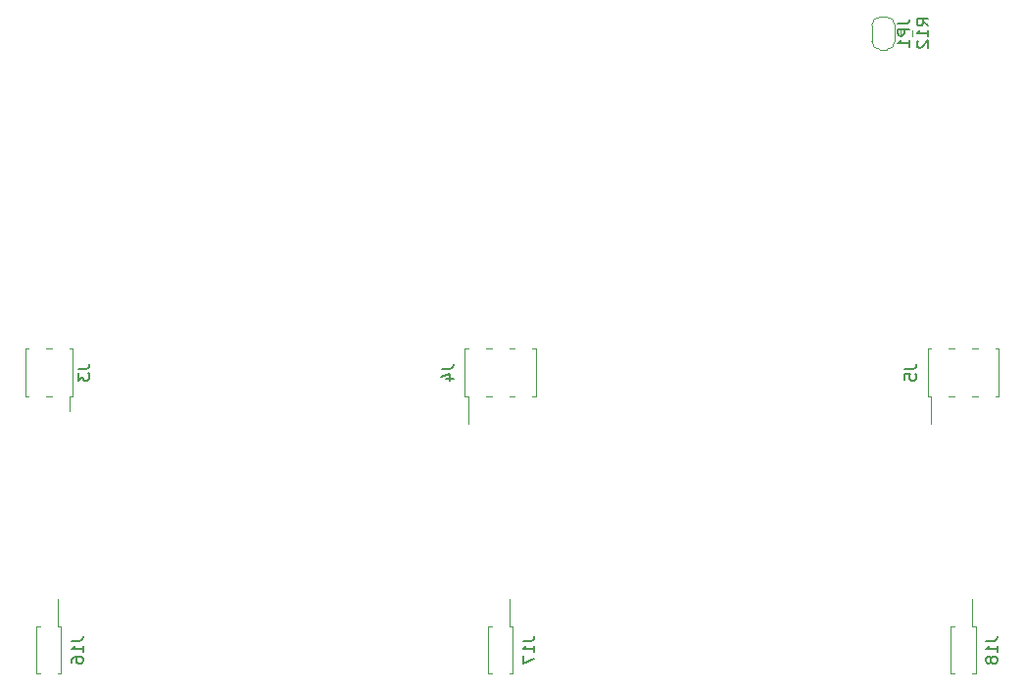
<source format=gbr>
%TF.GenerationSoftware,KiCad,Pcbnew,8.0.5*%
%TF.CreationDate,2024-12-04T18:09:43+09:00*%
%TF.ProjectId,GESC_Logic,47455343-5f4c-46f6-9769-632e6b696361,rev?*%
%TF.SameCoordinates,Original*%
%TF.FileFunction,Legend,Bot*%
%TF.FilePolarity,Positive*%
%FSLAX46Y46*%
G04 Gerber Fmt 4.6, Leading zero omitted, Abs format (unit mm)*
G04 Created by KiCad (PCBNEW 8.0.5) date 2024-12-04 18:09:43*
%MOMM*%
%LPD*%
G01*
G04 APERTURE LIST*
%ADD10C,0.150000*%
%ADD11C,0.120000*%
G04 APERTURE END LIST*
D10*
X158454819Y-145690476D02*
X159169104Y-145690476D01*
X159169104Y-145690476D02*
X159311961Y-145642857D01*
X159311961Y-145642857D02*
X159407200Y-145547619D01*
X159407200Y-145547619D02*
X159454819Y-145404762D01*
X159454819Y-145404762D02*
X159454819Y-145309524D01*
X159454819Y-146690476D02*
X159454819Y-146119048D01*
X159454819Y-146404762D02*
X158454819Y-146404762D01*
X158454819Y-146404762D02*
X158597676Y-146309524D01*
X158597676Y-146309524D02*
X158692914Y-146214286D01*
X158692914Y-146214286D02*
X158740533Y-146119048D01*
X158454819Y-147023810D02*
X158454819Y-147690476D01*
X158454819Y-147690476D02*
X159454819Y-147261905D01*
X151454819Y-122166666D02*
X152169104Y-122166666D01*
X152169104Y-122166666D02*
X152311961Y-122119047D01*
X152311961Y-122119047D02*
X152407200Y-122023809D01*
X152407200Y-122023809D02*
X152454819Y-121880952D01*
X152454819Y-121880952D02*
X152454819Y-121785714D01*
X151788152Y-123071428D02*
X152454819Y-123071428D01*
X151407200Y-122833333D02*
X152121485Y-122595238D01*
X152121485Y-122595238D02*
X152121485Y-123214285D01*
X119454819Y-145690476D02*
X120169104Y-145690476D01*
X120169104Y-145690476D02*
X120311961Y-145642857D01*
X120311961Y-145642857D02*
X120407200Y-145547619D01*
X120407200Y-145547619D02*
X120454819Y-145404762D01*
X120454819Y-145404762D02*
X120454819Y-145309524D01*
X120454819Y-146690476D02*
X120454819Y-146119048D01*
X120454819Y-146404762D02*
X119454819Y-146404762D01*
X119454819Y-146404762D02*
X119597676Y-146309524D01*
X119597676Y-146309524D02*
X119692914Y-146214286D01*
X119692914Y-146214286D02*
X119740533Y-146119048D01*
X119454819Y-147547619D02*
X119454819Y-147357143D01*
X119454819Y-147357143D02*
X119502438Y-147261905D01*
X119502438Y-147261905D02*
X119550057Y-147214286D01*
X119550057Y-147214286D02*
X119692914Y-147119048D01*
X119692914Y-147119048D02*
X119883390Y-147071429D01*
X119883390Y-147071429D02*
X120264342Y-147071429D01*
X120264342Y-147071429D02*
X120359580Y-147119048D01*
X120359580Y-147119048D02*
X120407200Y-147166667D01*
X120407200Y-147166667D02*
X120454819Y-147261905D01*
X120454819Y-147261905D02*
X120454819Y-147452381D01*
X120454819Y-147452381D02*
X120407200Y-147547619D01*
X120407200Y-147547619D02*
X120359580Y-147595238D01*
X120359580Y-147595238D02*
X120264342Y-147642857D01*
X120264342Y-147642857D02*
X120026247Y-147642857D01*
X120026247Y-147642857D02*
X119931009Y-147595238D01*
X119931009Y-147595238D02*
X119883390Y-147547619D01*
X119883390Y-147547619D02*
X119835771Y-147452381D01*
X119835771Y-147452381D02*
X119835771Y-147261905D01*
X119835771Y-147261905D02*
X119883390Y-147166667D01*
X119883390Y-147166667D02*
X119931009Y-147119048D01*
X119931009Y-147119048D02*
X120026247Y-147071429D01*
X190854819Y-92316666D02*
X191569104Y-92316666D01*
X191569104Y-92316666D02*
X191711961Y-92269047D01*
X191711961Y-92269047D02*
X191807200Y-92173809D01*
X191807200Y-92173809D02*
X191854819Y-92030952D01*
X191854819Y-92030952D02*
X191854819Y-91935714D01*
X191854819Y-92792857D02*
X190854819Y-92792857D01*
X190854819Y-92792857D02*
X190854819Y-93173809D01*
X190854819Y-93173809D02*
X190902438Y-93269047D01*
X190902438Y-93269047D02*
X190950057Y-93316666D01*
X190950057Y-93316666D02*
X191045295Y-93364285D01*
X191045295Y-93364285D02*
X191188152Y-93364285D01*
X191188152Y-93364285D02*
X191283390Y-93316666D01*
X191283390Y-93316666D02*
X191331009Y-93269047D01*
X191331009Y-93269047D02*
X191378628Y-93173809D01*
X191378628Y-93173809D02*
X191378628Y-92792857D01*
X191854819Y-94316666D02*
X191854819Y-93745238D01*
X191854819Y-94030952D02*
X190854819Y-94030952D01*
X190854819Y-94030952D02*
X190997676Y-93935714D01*
X190997676Y-93935714D02*
X191092914Y-93840476D01*
X191092914Y-93840476D02*
X191140533Y-93745238D01*
X198454819Y-145690476D02*
X199169104Y-145690476D01*
X199169104Y-145690476D02*
X199311961Y-145642857D01*
X199311961Y-145642857D02*
X199407200Y-145547619D01*
X199407200Y-145547619D02*
X199454819Y-145404762D01*
X199454819Y-145404762D02*
X199454819Y-145309524D01*
X199454819Y-146690476D02*
X199454819Y-146119048D01*
X199454819Y-146404762D02*
X198454819Y-146404762D01*
X198454819Y-146404762D02*
X198597676Y-146309524D01*
X198597676Y-146309524D02*
X198692914Y-146214286D01*
X198692914Y-146214286D02*
X198740533Y-146119048D01*
X198883390Y-147261905D02*
X198835771Y-147166667D01*
X198835771Y-147166667D02*
X198788152Y-147119048D01*
X198788152Y-147119048D02*
X198692914Y-147071429D01*
X198692914Y-147071429D02*
X198645295Y-147071429D01*
X198645295Y-147071429D02*
X198550057Y-147119048D01*
X198550057Y-147119048D02*
X198502438Y-147166667D01*
X198502438Y-147166667D02*
X198454819Y-147261905D01*
X198454819Y-147261905D02*
X198454819Y-147452381D01*
X198454819Y-147452381D02*
X198502438Y-147547619D01*
X198502438Y-147547619D02*
X198550057Y-147595238D01*
X198550057Y-147595238D02*
X198645295Y-147642857D01*
X198645295Y-147642857D02*
X198692914Y-147642857D01*
X198692914Y-147642857D02*
X198788152Y-147595238D01*
X198788152Y-147595238D02*
X198835771Y-147547619D01*
X198835771Y-147547619D02*
X198883390Y-147452381D01*
X198883390Y-147452381D02*
X198883390Y-147261905D01*
X198883390Y-147261905D02*
X198931009Y-147166667D01*
X198931009Y-147166667D02*
X198978628Y-147119048D01*
X198978628Y-147119048D02*
X199073866Y-147071429D01*
X199073866Y-147071429D02*
X199264342Y-147071429D01*
X199264342Y-147071429D02*
X199359580Y-147119048D01*
X199359580Y-147119048D02*
X199407200Y-147166667D01*
X199407200Y-147166667D02*
X199454819Y-147261905D01*
X199454819Y-147261905D02*
X199454819Y-147452381D01*
X199454819Y-147452381D02*
X199407200Y-147547619D01*
X199407200Y-147547619D02*
X199359580Y-147595238D01*
X199359580Y-147595238D02*
X199264342Y-147642857D01*
X199264342Y-147642857D02*
X199073866Y-147642857D01*
X199073866Y-147642857D02*
X198978628Y-147595238D01*
X198978628Y-147595238D02*
X198931009Y-147547619D01*
X198931009Y-147547619D02*
X198883390Y-147452381D01*
X191454819Y-122166666D02*
X192169104Y-122166666D01*
X192169104Y-122166666D02*
X192311961Y-122119047D01*
X192311961Y-122119047D02*
X192407200Y-122023809D01*
X192407200Y-122023809D02*
X192454819Y-121880952D01*
X192454819Y-121880952D02*
X192454819Y-121785714D01*
X191454819Y-123119047D02*
X191454819Y-122642857D01*
X191454819Y-122642857D02*
X191931009Y-122595238D01*
X191931009Y-122595238D02*
X191883390Y-122642857D01*
X191883390Y-122642857D02*
X191835771Y-122738095D01*
X191835771Y-122738095D02*
X191835771Y-122976190D01*
X191835771Y-122976190D02*
X191883390Y-123071428D01*
X191883390Y-123071428D02*
X191931009Y-123119047D01*
X191931009Y-123119047D02*
X192026247Y-123166666D01*
X192026247Y-123166666D02*
X192264342Y-123166666D01*
X192264342Y-123166666D02*
X192359580Y-123119047D01*
X192359580Y-123119047D02*
X192407200Y-123071428D01*
X192407200Y-123071428D02*
X192454819Y-122976190D01*
X192454819Y-122976190D02*
X192454819Y-122738095D01*
X192454819Y-122738095D02*
X192407200Y-122642857D01*
X192407200Y-122642857D02*
X192359580Y-122595238D01*
X120014819Y-122166666D02*
X120729104Y-122166666D01*
X120729104Y-122166666D02*
X120871961Y-122119047D01*
X120871961Y-122119047D02*
X120967200Y-122023809D01*
X120967200Y-122023809D02*
X121014819Y-121880952D01*
X121014819Y-121880952D02*
X121014819Y-121785714D01*
X120014819Y-122547619D02*
X120014819Y-123166666D01*
X120014819Y-123166666D02*
X120395771Y-122833333D01*
X120395771Y-122833333D02*
X120395771Y-122976190D01*
X120395771Y-122976190D02*
X120443390Y-123071428D01*
X120443390Y-123071428D02*
X120491009Y-123119047D01*
X120491009Y-123119047D02*
X120586247Y-123166666D01*
X120586247Y-123166666D02*
X120824342Y-123166666D01*
X120824342Y-123166666D02*
X120919580Y-123119047D01*
X120919580Y-123119047D02*
X120967200Y-123071428D01*
X120967200Y-123071428D02*
X121014819Y-122976190D01*
X121014819Y-122976190D02*
X121014819Y-122690476D01*
X121014819Y-122690476D02*
X120967200Y-122595238D01*
X120967200Y-122595238D02*
X120919580Y-122547619D01*
X193484819Y-92482142D02*
X193008628Y-92148809D01*
X193484819Y-91910714D02*
X192484819Y-91910714D01*
X192484819Y-91910714D02*
X192484819Y-92291666D01*
X192484819Y-92291666D02*
X192532438Y-92386904D01*
X192532438Y-92386904D02*
X192580057Y-92434523D01*
X192580057Y-92434523D02*
X192675295Y-92482142D01*
X192675295Y-92482142D02*
X192818152Y-92482142D01*
X192818152Y-92482142D02*
X192913390Y-92434523D01*
X192913390Y-92434523D02*
X192961009Y-92386904D01*
X192961009Y-92386904D02*
X193008628Y-92291666D01*
X193008628Y-92291666D02*
X193008628Y-91910714D01*
X193484819Y-93434523D02*
X193484819Y-92863095D01*
X193484819Y-93148809D02*
X192484819Y-93148809D01*
X192484819Y-93148809D02*
X192627676Y-93053571D01*
X192627676Y-93053571D02*
X192722914Y-92958333D01*
X192722914Y-92958333D02*
X192770533Y-92863095D01*
X192580057Y-93815476D02*
X192532438Y-93863095D01*
X192532438Y-93863095D02*
X192484819Y-93958333D01*
X192484819Y-93958333D02*
X192484819Y-94196428D01*
X192484819Y-94196428D02*
X192532438Y-94291666D01*
X192532438Y-94291666D02*
X192580057Y-94339285D01*
X192580057Y-94339285D02*
X192675295Y-94386904D01*
X192675295Y-94386904D02*
X192770533Y-94386904D01*
X192770533Y-94386904D02*
X192913390Y-94339285D01*
X192913390Y-94339285D02*
X193484819Y-93767857D01*
X193484819Y-93767857D02*
X193484819Y-94386904D01*
D11*
%TO.C,J17*%
X155440000Y-144440000D02*
X155440000Y-148560000D01*
X155440000Y-144440000D02*
X155740000Y-144440000D01*
X155440000Y-148560000D02*
X155740000Y-148560000D01*
X157260000Y-142060000D02*
X157260000Y-144440000D01*
X157260000Y-144440000D02*
X157560000Y-144440000D01*
X157260000Y-148560000D02*
X157560000Y-148560000D01*
X157560000Y-144440000D02*
X157560000Y-148560000D01*
%TO.C,J4*%
X153440000Y-124560000D02*
X153440000Y-120440000D01*
X153740000Y-120440000D02*
X153440000Y-120440000D01*
X153740000Y-124560000D02*
X153440000Y-124560000D01*
X153740000Y-126940000D02*
X153740000Y-124560000D01*
X155740000Y-120440000D02*
X155260000Y-120440000D01*
X155740000Y-124560000D02*
X155260000Y-124560000D01*
X157740000Y-120440000D02*
X157260000Y-120440000D01*
X157740000Y-124560000D02*
X157260000Y-124560000D01*
X159560000Y-120440000D02*
X159260000Y-120440000D01*
X159560000Y-124560000D02*
X159260000Y-124560000D01*
X159560000Y-124560000D02*
X159560000Y-120440000D01*
%TO.C,J16*%
X116440000Y-144440000D02*
X116440000Y-148560000D01*
X116440000Y-144440000D02*
X116740000Y-144440000D01*
X116440000Y-148560000D02*
X116740000Y-148560000D01*
X118260000Y-142060000D02*
X118260000Y-144440000D01*
X118260000Y-144440000D02*
X118560000Y-144440000D01*
X118260000Y-148560000D02*
X118560000Y-148560000D01*
X118560000Y-144440000D02*
X118560000Y-148560000D01*
%TO.C,JP1*%
X188600000Y-93850000D02*
X188600000Y-92450000D01*
X189300000Y-91750000D02*
X189900000Y-91750000D01*
X189900000Y-94550000D02*
X189300000Y-94550000D01*
X190600000Y-92450000D02*
X190600000Y-93850000D01*
X188600000Y-92450000D02*
G75*
G02*
X189300000Y-91750000I700000J0D01*
G01*
X189300000Y-94550000D02*
G75*
G02*
X188600000Y-93850000I-1J699999D01*
G01*
X189900000Y-91750000D02*
G75*
G02*
X190600000Y-92450000I0J-700000D01*
G01*
X190600000Y-93850000D02*
G75*
G02*
X189900000Y-94550000I-699999J-1D01*
G01*
%TO.C,J18*%
X195440000Y-144440000D02*
X195440000Y-148560000D01*
X195440000Y-144440000D02*
X195740000Y-144440000D01*
X195440000Y-148560000D02*
X195740000Y-148560000D01*
X197260000Y-142060000D02*
X197260000Y-144440000D01*
X197260000Y-144440000D02*
X197560000Y-144440000D01*
X197260000Y-148560000D02*
X197560000Y-148560000D01*
X197560000Y-144440000D02*
X197560000Y-148560000D01*
%TO.C,J5*%
X193440000Y-124560000D02*
X193440000Y-120440000D01*
X193740000Y-120440000D02*
X193440000Y-120440000D01*
X193740000Y-124560000D02*
X193440000Y-124560000D01*
X193740000Y-126940000D02*
X193740000Y-124560000D01*
X195740000Y-120440000D02*
X195260000Y-120440000D01*
X195740000Y-124560000D02*
X195260000Y-124560000D01*
X197740000Y-120440000D02*
X197260000Y-120440000D01*
X197740000Y-124560000D02*
X197260000Y-124560000D01*
X199560000Y-120440000D02*
X199260000Y-120440000D01*
X199560000Y-124560000D02*
X199260000Y-124560000D01*
X199560000Y-124560000D02*
X199560000Y-120440000D01*
%TO.C,J3*%
X115440000Y-120440000D02*
X115440000Y-124560000D01*
X115440000Y-120440000D02*
X115740000Y-120440000D01*
X115440000Y-124560000D02*
X115740000Y-124560000D01*
X117260000Y-120440000D02*
X117740000Y-120440000D01*
X117260000Y-124560000D02*
X117740000Y-124560000D01*
X119260000Y-120440000D02*
X119560000Y-120440000D01*
X119260000Y-124560000D02*
X119260000Y-125815000D01*
X119260000Y-124560000D02*
X119560000Y-124560000D01*
X119560000Y-120440000D02*
X119560000Y-124560000D01*
%TO.C,R12*%
X191077500Y-92887742D02*
X191077500Y-93362258D01*
X192122500Y-92887742D02*
X192122500Y-93362258D01*
%TD*%
M02*

</source>
